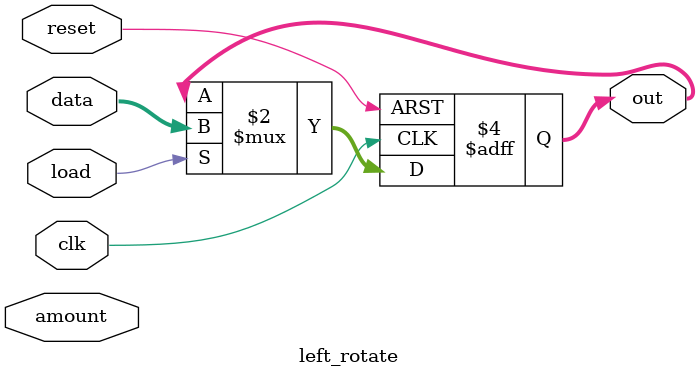
<source format=v>
module left_rotate(clk,reset,amount,data,load,out);
input clk,reset;
input [2:0] amount;
input [7:0] data;
input load;
output reg [7:0] out;
// when load is high, load data to out
// rotate the register out followed by shift left by amount bits
always@(posedge clk or posedge reset)
if(reset)
out<=0;
else
begin
if(load)
out<=data;
end
endmodule

</source>
